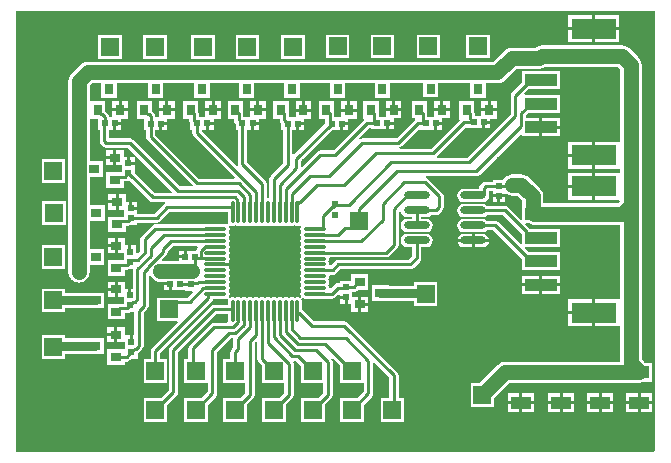
<source format=gtl>
G04*
G04 #@! TF.GenerationSoftware,Altium Limited,Altium Designer,21.1.0 (24)*
G04*
G04 Layer_Physical_Order=1*
G04 Layer_Color=255*
%FSLAX25Y25*%
%MOIN*%
G70*
G04*
G04 #@! TF.SameCoordinates,F511F5FD-4682-4DAA-AC6C-A49189F54C52*
G04*
G04*
G04 #@! TF.FilePolarity,Positive*
G04*
G01*
G75*
%ADD14O,0.07480X0.01181*%
%ADD15O,0.01181X0.07480*%
%ADD16R,0.03827X0.03158*%
%ADD17R,0.02165X0.02362*%
%ADD18R,0.03158X0.03827*%
%ADD19R,0.02362X0.02165*%
%ADD20R,0.02047X0.02047*%
%ADD21R,0.02047X0.02047*%
%ADD22R,0.10630X0.03937*%
%ADD23R,0.14961X0.07087*%
%ADD24O,0.08661X0.02362*%
%ADD25R,0.06693X0.04331*%
%ADD36C,0.01000*%
%ADD37C,0.05000*%
%ADD38C,0.03000*%
%ADD39R,0.05906X0.05906*%
%ADD40R,0.05906X0.05906*%
%ADD41C,0.01770*%
%ADD42C,0.05000*%
G36*
X213000Y500D02*
X212500Y-0D01*
X0Y0D01*
Y147000D01*
X213000D01*
Y500D01*
D02*
G37*
%LPC*%
G36*
X200996Y145606D02*
X193016D01*
Y141563D01*
X200996D01*
Y145606D01*
D02*
G37*
G36*
X192016D02*
X184035D01*
Y141563D01*
X192016D01*
Y145606D01*
D02*
G37*
G36*
X200996Y140563D02*
X193016D01*
Y136520D01*
X200996D01*
Y140563D01*
D02*
G37*
G36*
X192016D02*
X184035D01*
Y136520D01*
X192016D01*
Y140563D01*
D02*
G37*
G36*
X157953Y139132D02*
X150047D01*
Y131227D01*
X157953D01*
Y139132D01*
D02*
G37*
G36*
X141453D02*
X133547D01*
Y131227D01*
X141453D01*
Y139132D01*
D02*
G37*
G36*
X126099D02*
X118193D01*
Y131227D01*
X126099D01*
Y139132D01*
D02*
G37*
G36*
X111169Y139132D02*
X103264D01*
Y131227D01*
X111169D01*
Y139132D01*
D02*
G37*
G36*
X66287Y139049D02*
X58382D01*
Y131143D01*
X66287D01*
Y139049D01*
D02*
G37*
G36*
X50352D02*
X42447D01*
Y131143D01*
X50352D01*
Y139049D01*
D02*
G37*
G36*
X81120Y139001D02*
X73215D01*
Y131096D01*
X81120D01*
Y139001D01*
D02*
G37*
G36*
X96266Y138953D02*
X88360D01*
Y131047D01*
X96266D01*
Y138953D01*
D02*
G37*
G36*
X35260D02*
X27355D01*
Y131047D01*
X35260D01*
Y138953D01*
D02*
G37*
G36*
X144512Y117020D02*
X142434D01*
Y114607D01*
X144512D01*
Y117020D01*
D02*
G37*
G36*
X141434D02*
X139355D01*
Y114607D01*
X141434D01*
Y117020D01*
D02*
G37*
G36*
X128465Y116986D02*
X126386D01*
Y114572D01*
X128465D01*
Y116986D01*
D02*
G37*
G36*
X125386D02*
X123308D01*
Y114572D01*
X125386D01*
Y116986D01*
D02*
G37*
G36*
X83227Y116962D02*
X81148D01*
Y114548D01*
X83227D01*
Y116962D01*
D02*
G37*
G36*
X80148D02*
X78069D01*
Y114548D01*
X80148D01*
Y116962D01*
D02*
G37*
G36*
X160319Y116929D02*
X158240D01*
Y114516D01*
X160319D01*
Y116929D01*
D02*
G37*
G36*
X157240D02*
X155161D01*
Y114516D01*
X157240D01*
Y116929D01*
D02*
G37*
G36*
X68319D02*
X66240D01*
Y114516D01*
X68319D01*
Y116929D01*
D02*
G37*
G36*
X65240D02*
X63161D01*
Y114516D01*
X65240D01*
Y116929D01*
D02*
G37*
G36*
X37252D02*
X35173D01*
Y114516D01*
X37252D01*
Y116929D01*
D02*
G37*
G36*
X34173D02*
X32094D01*
Y114516D01*
X34173D01*
Y116929D01*
D02*
G37*
G36*
X52884Y116908D02*
X50805D01*
Y114495D01*
X52884D01*
Y116908D01*
D02*
G37*
G36*
X49805D02*
X47726D01*
Y114495D01*
X49805D01*
Y116908D01*
D02*
G37*
G36*
X98391Y116884D02*
X96313D01*
Y114470D01*
X98391D01*
Y116884D01*
D02*
G37*
G36*
X95313D02*
X93234D01*
Y114470D01*
X95313D01*
Y116884D01*
D02*
G37*
G36*
X113535Y116859D02*
X111457D01*
Y114446D01*
X113535D01*
Y116859D01*
D02*
G37*
G36*
X110457D02*
X108378D01*
Y114446D01*
X110457D01*
Y116859D01*
D02*
G37*
G36*
X181311Y111158D02*
X175496D01*
Y108689D01*
X181311D01*
Y111158D01*
D02*
G37*
G36*
X158123Y109444D02*
X156442D01*
Y107862D01*
X158123D01*
Y109444D01*
D02*
G37*
G36*
X125907Y109143D02*
X124226D01*
Y107561D01*
X125907D01*
Y109143D01*
D02*
G37*
G36*
X142130Y109062D02*
X140449D01*
Y107479D01*
X142130D01*
Y109062D01*
D02*
G37*
G36*
X81022Y109048D02*
X79341D01*
Y107466D01*
X81022D01*
Y109048D01*
D02*
G37*
G36*
X65854Y109000D02*
X64173D01*
Y107417D01*
X65854D01*
Y109000D01*
D02*
G37*
G36*
X35162D02*
X33481D01*
Y107417D01*
X35162D01*
Y109000D01*
D02*
G37*
G36*
X50419Y108979D02*
X48738D01*
Y107397D01*
X50419D01*
Y108979D01*
D02*
G37*
G36*
X96167Y108970D02*
X94486D01*
Y107388D01*
X96167D01*
Y108970D01*
D02*
G37*
G36*
X110831Y108946D02*
X109150D01*
Y107363D01*
X110831D01*
Y108946D01*
D02*
G37*
G36*
X181311Y107689D02*
X175496D01*
Y105220D01*
X181311D01*
Y107689D01*
D02*
G37*
G36*
X192016Y103480D02*
X184035D01*
Y99437D01*
X192016D01*
Y103480D01*
D02*
G37*
G36*
X32466Y100682D02*
X30052D01*
Y98604D01*
X32466D01*
Y100682D01*
D02*
G37*
G36*
X39548Y98458D02*
X37966D01*
Y96777D01*
X39548D01*
Y98458D01*
D02*
G37*
G36*
X32466Y97604D02*
X30052D01*
Y95525D01*
X32466D01*
Y97604D01*
D02*
G37*
G36*
X192016Y98437D02*
X184035D01*
Y94394D01*
X192016D01*
Y98437D01*
D02*
G37*
G36*
X16458Y97594D02*
X8553D01*
Y89689D01*
X16458D01*
Y97594D01*
D02*
G37*
G36*
X192016Y93106D02*
X184035D01*
Y89063D01*
X192016D01*
Y93106D01*
D02*
G37*
G36*
Y88063D02*
X184035D01*
Y84020D01*
X192016D01*
Y88063D01*
D02*
G37*
G36*
X33173Y85928D02*
X30760D01*
Y83849D01*
X33173D01*
Y85928D01*
D02*
G37*
G36*
X163024Y84925D02*
X161500D01*
Y83402D01*
X163024D01*
Y84925D01*
D02*
G37*
G36*
X160500D02*
X158976D01*
Y83402D01*
X160500D01*
Y84925D01*
D02*
G37*
G36*
X202071Y135530D02*
X175185D01*
X174271Y135410D01*
X173420Y135057D01*
X173097Y134810D01*
X165279D01*
X164366Y134689D01*
X163514Y134337D01*
X162783Y133776D01*
X159038Y130030D01*
X23929D01*
X23015Y129910D01*
X22164Y129557D01*
X21433Y128996D01*
X18504Y126067D01*
X17943Y125336D01*
X17590Y124485D01*
X17470Y123571D01*
Y60000D01*
X17500Y59771D01*
Y59539D01*
X17560Y59316D01*
X17590Y59086D01*
X17679Y58873D01*
X17739Y58649D01*
X17854Y58449D01*
X17943Y58235D01*
X18084Y58051D01*
X18199Y57851D01*
X18363Y57687D01*
X18504Y57504D01*
X18687Y57363D01*
X18851Y57199D01*
X19051Y57084D01*
X19235Y56943D01*
X19449Y56854D01*
X19649Y56739D01*
X19873Y56679D01*
X20086Y56590D01*
X20316Y56560D01*
X20539Y56500D01*
X20771D01*
X21000Y56470D01*
X21229Y56500D01*
X21461D01*
X21684Y56560D01*
X21914Y56590D01*
X22127Y56679D01*
X22351Y56739D01*
X22551Y56854D01*
X22765Y56943D01*
X22949Y57084D01*
X23149Y57199D01*
X23313Y57363D01*
X23496Y57504D01*
X23637Y57687D01*
X23801Y57851D01*
X23916Y58051D01*
X24057Y58235D01*
X24146Y58449D01*
X24261Y58649D01*
X24321Y58873D01*
X24410Y59086D01*
X24440Y59316D01*
X24500Y59539D01*
Y59771D01*
X24530Y60000D01*
Y62421D01*
X29429D01*
Y67579D01*
X24530D01*
Y77030D01*
X29618D01*
Y82188D01*
X24530D01*
Y91785D01*
X28911D01*
Y96942D01*
X24530D01*
Y110637D01*
X24614Y111102D01*
X25030Y111102D01*
X27453D01*
Y107417D01*
X27971D01*
Y103586D01*
X28087Y103000D01*
X28419Y102504D01*
X29004Y101919D01*
X29500Y101587D01*
X30086Y101471D01*
X37367D01*
X52020Y86817D01*
X51829Y86355D01*
X46204D01*
X39548Y93011D01*
Y95777D01*
X37466D01*
Y96277D01*
X36966D01*
Y98458D01*
X35879D01*
Y100682D01*
X33466D01*
Y98104D01*
Y95525D01*
X35383D01*
Y93231D01*
X34044D01*
X33897Y93202D01*
X30052D01*
Y88045D01*
X35879D01*
Y90173D01*
X36336D01*
X36921Y90289D01*
X37417Y90621D01*
X37515Y90718D01*
X44489Y83744D01*
X44985Y83413D01*
X45570Y83296D01*
X49588D01*
X49740Y82796D01*
X49419Y82582D01*
X46302Y79465D01*
X40271D01*
Y80782D01*
X38189D01*
Y81282D01*
X37689D01*
Y83463D01*
X36586D01*
Y85928D01*
X34173D01*
Y83349D01*
Y80770D01*
X36106D01*
Y78477D01*
X34752D01*
X34604Y78448D01*
X30760D01*
Y73290D01*
X36586D01*
Y75418D01*
X37299D01*
X37884Y75535D01*
X38214Y75755D01*
X40271D01*
Y76406D01*
X46936D01*
X47521Y76523D01*
X48017Y76854D01*
X51134Y79971D01*
X70552D01*
Y76886D01*
X70675Y76265D01*
X70836Y76025D01*
X70475Y75665D01*
X70235Y75825D01*
X69614Y75949D01*
X63315D01*
X62851Y75856D01*
X46327D01*
X45742Y75740D01*
X45245Y75408D01*
X41919Y72082D01*
X41587Y71585D01*
X41471Y71000D01*
Y67133D01*
X40545Y66207D01*
X40083Y66399D01*
Y68854D01*
X38500D01*
Y66673D01*
X37500D01*
Y68854D01*
X36398D01*
Y71319D01*
X33984D01*
Y68740D01*
Y66161D01*
X35917D01*
Y63868D01*
X34563D01*
X34415Y63839D01*
X30571D01*
Y58681D01*
X36398D01*
Y60809D01*
X37110D01*
X37696Y60926D01*
X38025Y61146D01*
X38839D01*
X38971Y60985D01*
Y54354D01*
X38500D01*
Y52173D01*
X37500D01*
Y54354D01*
X36398D01*
Y56819D01*
X33984D01*
Y54240D01*
Y51661D01*
X35917D01*
Y49368D01*
X34563D01*
X34415Y49339D01*
X30571D01*
Y44181D01*
X36398D01*
Y46309D01*
X37110D01*
X37696Y46426D01*
X38025Y46646D01*
X39471D01*
Y38854D01*
X39000D01*
Y36673D01*
X38000D01*
Y38854D01*
X36417Y38854D01*
X36234Y39279D01*
Y41697D01*
X33821D01*
Y39119D01*
Y36540D01*
X35917D01*
X36234Y36540D01*
X36417Y36116D01*
Y34641D01*
X36234Y34217D01*
X30408D01*
Y29060D01*
X36234D01*
Y30109D01*
X36910D01*
X37495Y30226D01*
X37991Y30557D01*
X38580Y31146D01*
X40583D01*
Y33025D01*
X40603Y33029D01*
X41099Y33361D01*
X42081Y34343D01*
X42413Y34839D01*
X42529Y35425D01*
Y46452D01*
X43746Y47669D01*
X44077Y48165D01*
X44194Y48750D01*
Y58770D01*
X44228Y58846D01*
X44344Y58921D01*
X44371Y58927D01*
X44719Y58848D01*
X44949Y58717D01*
X45013Y58607D01*
X45101Y58393D01*
X45242Y58210D01*
X45358Y58009D01*
X45521Y57846D01*
X45662Y57662D01*
X45846Y57521D01*
X46009Y57358D01*
X46210Y57242D01*
X46393Y57101D01*
X46607Y57013D01*
X46807Y56897D01*
X47031Y56837D01*
X47245Y56748D01*
X47474Y56718D01*
X47698Y56658D01*
X47929D01*
X48158Y56628D01*
X49402D01*
Y56500D01*
X51425D01*
Y56000D01*
X51925D01*
Y53976D01*
X56417D01*
Y53646D01*
X58829D01*
X59021Y53184D01*
X57319Y51482D01*
X53453D01*
X53305Y51453D01*
X47047D01*
Y43547D01*
X53731D01*
X53922Y43085D01*
X45419Y34582D01*
X45087Y34085D01*
X44971Y33500D01*
Y30953D01*
X42547D01*
Y23047D01*
X50453D01*
Y30953D01*
X48029D01*
Y32866D01*
X65250Y50087D01*
X65581Y50583D01*
X65675Y51051D01*
X69614D01*
X70235Y51175D01*
X70475Y51336D01*
X70836Y50975D01*
X70675Y50735D01*
X70552Y50114D01*
Y49029D01*
X66000D01*
X65415Y48913D01*
X64919Y48581D01*
X51419Y35081D01*
X51087Y34585D01*
X50971Y34000D01*
Y20633D01*
X48290Y17953D01*
X42547D01*
Y10047D01*
X50453D01*
Y15790D01*
X53581Y18919D01*
X53913Y19415D01*
X54029Y20000D01*
Y33367D01*
X66633Y45971D01*
X70552D01*
Y43815D01*
X70608Y43529D01*
X70230Y43029D01*
X67345D01*
X66914Y43115D01*
X66086D01*
X65500Y42999D01*
X65004Y42667D01*
X57919Y35581D01*
X57587Y35085D01*
X57471Y34500D01*
Y30953D01*
X56047D01*
Y23047D01*
X63953D01*
X63971Y22555D01*
Y20133D01*
X61790Y17953D01*
X56047D01*
Y10047D01*
X63953D01*
Y15790D01*
X66581Y18419D01*
X66913Y18915D01*
X67029Y19500D01*
Y33367D01*
X71633Y37971D01*
X72220D01*
X72471Y37665D01*
Y34860D01*
X71919Y34308D01*
X71587Y33812D01*
X71471Y33226D01*
Y30953D01*
X69047D01*
Y23047D01*
X76471D01*
Y19634D01*
X74790Y17953D01*
X69047D01*
Y10047D01*
X76953D01*
Y15790D01*
X79081Y17919D01*
X79413Y18415D01*
X79529Y19000D01*
Y36367D01*
X80009Y36846D01*
X80471Y36654D01*
Y31000D01*
X80587Y30415D01*
X80919Y29919D01*
X82047Y28790D01*
Y23047D01*
X89471D01*
Y19634D01*
X87790Y17953D01*
X82047D01*
Y10047D01*
X89953D01*
Y15790D01*
X92081Y17919D01*
X92413Y18415D01*
X92529Y19000D01*
Y29390D01*
X92413Y29976D01*
X92684Y30471D01*
X93366D01*
X95047Y28790D01*
Y23047D01*
X102471D01*
Y19634D01*
X100790Y17953D01*
X95047D01*
Y10047D01*
X102953D01*
Y15790D01*
X105081Y17919D01*
X105413Y18415D01*
X105529Y19000D01*
Y30000D01*
X105413Y30585D01*
X105148Y30982D01*
X105536Y31301D01*
X108047Y28790D01*
Y23047D01*
X115953D01*
X115971Y22555D01*
Y20133D01*
X113790Y17953D01*
X108047D01*
Y10047D01*
X115953D01*
Y15790D01*
X118581Y18419D01*
X118913Y18915D01*
X119029Y19500D01*
Y29654D01*
X119491Y29846D01*
X124471Y24867D01*
Y17953D01*
X121547D01*
Y10047D01*
X129453D01*
Y17953D01*
X127529D01*
Y25500D01*
X127413Y26085D01*
X127081Y26581D01*
X110581Y43082D01*
X110085Y43413D01*
X109500Y43529D01*
X99425D01*
X95455Y47499D01*
X95448Y47504D01*
Y50114D01*
X95325Y50735D01*
X95165Y50975D01*
X95525Y51336D01*
X95765Y51175D01*
X96386Y51051D01*
X102685D01*
X103149Y51144D01*
X105346D01*
X105931Y51260D01*
X106427Y51592D01*
X107433Y52597D01*
X107933Y52390D01*
Y52018D01*
X110016D01*
Y51518D01*
X110516D01*
Y49337D01*
X111602D01*
Y46632D01*
X114016D01*
Y49211D01*
Y51789D01*
X112098D01*
Y53335D01*
X112517D01*
X113102Y53451D01*
X113598Y53783D01*
X113927Y54112D01*
X117429D01*
Y59270D01*
X111602D01*
Y57045D01*
X107933D01*
Y56290D01*
X107433D01*
X106848Y56173D01*
X106352Y55842D01*
X104997Y54488D01*
X104782Y54498D01*
X104307Y54642D01*
X104183Y55262D01*
X103940Y55626D01*
X104183Y55990D01*
X104307Y56610D01*
X104183Y57231D01*
X103940Y57595D01*
X104183Y57958D01*
X104307Y58579D01*
X104296Y58631D01*
X104613Y59018D01*
X105547D01*
X106132Y59134D01*
X106629Y59466D01*
X108133Y60971D01*
X131500D01*
X132085Y61087D01*
X132581Y61419D01*
X134633Y63470D01*
X134964Y63966D01*
X135081Y64551D01*
Y68276D01*
X136701D01*
X137552Y68445D01*
X138273Y68928D01*
X138755Y69649D01*
X138925Y70500D01*
X138755Y71351D01*
X138273Y72072D01*
X137552Y72555D01*
X136701Y72724D01*
X130402D01*
X129551Y72555D01*
X128829Y72072D01*
X128347Y71351D01*
X128178Y70500D01*
X128347Y69649D01*
X128829Y68928D01*
X129551Y68445D01*
X130402Y68276D01*
X132022D01*
Y65185D01*
X130867Y64029D01*
X107500D01*
X106915Y63913D01*
X106419Y63582D01*
X105054Y62217D01*
X104696Y62230D01*
X104307Y62516D01*
X104183Y63136D01*
X103940Y63500D01*
X104183Y63864D01*
X104307Y64484D01*
X104296Y64537D01*
X104613Y64923D01*
X123453D01*
X124038Y65040D01*
X124534Y65371D01*
X127081Y67919D01*
X127413Y68415D01*
X127529Y69000D01*
Y80224D01*
X127706Y80338D01*
X128257Y80099D01*
X128347Y79649D01*
X128829Y78927D01*
X129551Y78446D01*
X130402Y78276D01*
X132022D01*
Y77724D01*
X130402D01*
X129551Y77555D01*
X128829Y77073D01*
X128347Y76351D01*
X128178Y75500D01*
X128347Y74649D01*
X128829Y73927D01*
X129551Y73445D01*
X130402Y73276D01*
X136701D01*
X137552Y73445D01*
X138273Y73927D01*
X138755Y74649D01*
X138925Y75500D01*
X138755Y76351D01*
X138273Y77073D01*
X137552Y77555D01*
X136701Y77724D01*
X135081D01*
Y78276D01*
X136701D01*
X137552Y78446D01*
X138273Y78927D01*
X138302Y78971D01*
X140000D01*
X140585Y79087D01*
X141081Y79419D01*
X142081Y80419D01*
X142413Y80915D01*
X142529Y81500D01*
Y85334D01*
X142413Y85919D01*
X142081Y86415D01*
X137415Y91082D01*
X136919Y91413D01*
X136629Y91471D01*
X136678Y91971D01*
X153500D01*
X154085Y92087D01*
X154581Y92419D01*
X168219Y106056D01*
X168681Y105865D01*
Y105220D01*
X174496D01*
Y108189D01*
Y111158D01*
X170029D01*
Y112280D01*
X170844Y113094D01*
X181311D01*
Y119032D01*
X169560D01*
X169369Y119493D01*
X170844Y120968D01*
X181311D01*
Y126906D01*
X168681D01*
Y123131D01*
X165419Y119869D01*
X165087Y119373D01*
X164971Y118787D01*
Y112634D01*
X150366Y98029D01*
X140377D01*
X140329Y98092D01*
X140192Y98529D01*
X149915Y108252D01*
X150415Y108045D01*
Y107862D01*
X155442D01*
Y109944D01*
X155942D01*
Y110444D01*
X158123D01*
Y111102D01*
X160319D01*
Y113516D01*
X155161D01*
Y112027D01*
X152868D01*
Y112937D01*
X152839Y113085D01*
Y116929D01*
X147681D01*
Y111102D01*
X147732D01*
X147940Y110602D01*
X138366Y101029D01*
X127845D01*
X127796Y101529D01*
X128085Y101587D01*
X128581Y101919D01*
X133975Y107312D01*
X134421Y107479D01*
Y107479D01*
X134421Y107479D01*
X139449D01*
Y109562D01*
X139949D01*
Y110062D01*
X142130D01*
Y111193D01*
X144512D01*
Y113607D01*
X139355D01*
Y111644D01*
X137062D01*
Y113028D01*
X137032Y113176D01*
Y117020D01*
X131875D01*
Y111193D01*
X132904D01*
X133055Y110693D01*
X132980Y110643D01*
X126866Y104529D01*
X115500D01*
X114915Y104413D01*
X114518Y104148D01*
X114199Y104536D01*
X117698Y108036D01*
X118198Y107924D01*
Y107561D01*
X123226D01*
Y109643D01*
X123726D01*
Y110143D01*
X125907D01*
Y111159D01*
X128465D01*
Y113572D01*
X123308D01*
Y111726D01*
X121014D01*
Y112994D01*
X120985Y113141D01*
Y116986D01*
X115827D01*
Y111159D01*
X115827D01*
X115984Y110724D01*
X115996Y110659D01*
X105867Y100529D01*
X101500D01*
X100915Y100413D01*
X100419Y100082D01*
X95491Y95154D01*
X95029Y95346D01*
Y97107D01*
X105285Y107363D01*
X108150D01*
Y109446D01*
X108650D01*
Y109946D01*
X110831D01*
Y111032D01*
X113535D01*
Y113446D01*
X108378D01*
Y111528D01*
X106084D01*
Y112867D01*
X106055Y113015D01*
Y116859D01*
X100898D01*
Y111032D01*
X103026D01*
Y110095D01*
X103122Y109611D01*
Y109526D01*
X92669Y99073D01*
X92169Y99280D01*
Y107388D01*
X93486D01*
Y109470D01*
X93986D01*
Y109970D01*
X96167D01*
Y111057D01*
X98391D01*
Y113470D01*
X93234D01*
Y111553D01*
X90940D01*
Y112892D01*
X90911Y113039D01*
Y116884D01*
X85754D01*
Y111057D01*
X87882D01*
Y110600D01*
X87998Y110015D01*
X88330Y109519D01*
X88458Y109390D01*
Y107388D01*
X89110D01*
Y96273D01*
X84871Y92034D01*
X84540Y91538D01*
X84423Y90953D01*
Y85114D01*
X84037Y84796D01*
X83984Y84807D01*
X83640Y85090D01*
Y87375D01*
X83615Y87497D01*
Y89414D01*
X83499Y89999D01*
X83167Y90496D01*
X77024Y96639D01*
Y107466D01*
X78341D01*
Y109548D01*
X78841D01*
Y110048D01*
X81022D01*
Y111135D01*
X83227D01*
Y113548D01*
X78069D01*
Y111631D01*
X75775D01*
Y112970D01*
X75746Y113117D01*
Y116962D01*
X70589D01*
Y111135D01*
X72717D01*
Y110698D01*
X72833Y110113D01*
X73165Y109616D01*
X73313Y109468D01*
Y107466D01*
X73965D01*
Y96006D01*
X74075Y95452D01*
X74053Y95421D01*
X73573Y95247D01*
X61902Y106917D01*
X61968Y107417D01*
X63173D01*
Y109500D01*
X63673D01*
Y110000D01*
X65854D01*
Y111102D01*
X68319D01*
Y113516D01*
X63161D01*
Y111583D01*
X60868D01*
Y112937D01*
X60839Y113085D01*
Y116929D01*
X55681D01*
Y111102D01*
X57809D01*
Y110390D01*
X57926Y109804D01*
X58146Y109475D01*
Y107417D01*
X58797D01*
Y106330D01*
X58914Y105745D01*
X59245Y105249D01*
X73003Y91491D01*
X72811Y91029D01*
X61133D01*
X46421Y105742D01*
Y107397D01*
X47738D01*
Y109479D01*
X48238D01*
Y109979D01*
X50419D01*
Y111082D01*
X52884D01*
Y113495D01*
X47726D01*
Y111562D01*
X46421D01*
Y111928D01*
X46305Y112513D01*
X45973Y113010D01*
X45403Y113579D01*
Y116908D01*
X40246D01*
Y111082D01*
X42710D01*
Y107397D01*
X43362D01*
Y105108D01*
X43479Y104523D01*
X43810Y104027D01*
X58846Y88991D01*
X58654Y88529D01*
X54633D01*
X39081Y104081D01*
X38585Y104413D01*
X38000Y104529D01*
X31029D01*
Y107417D01*
X32481D01*
Y109500D01*
X32981D01*
Y110000D01*
X35162D01*
Y111102D01*
X37252D01*
Y113516D01*
X32094D01*
Y111583D01*
X31162D01*
X31047Y112159D01*
X30716Y112655D01*
X29771Y113600D01*
Y116929D01*
X24614Y116929D01*
X24530Y117394D01*
Y122109D01*
X25391Y122970D01*
X28354D01*
Y118071D01*
X33511D01*
Y122970D01*
X43986D01*
Y118050D01*
X49143D01*
Y122970D01*
X59421D01*
Y118071D01*
X64579D01*
Y122970D01*
X74329D01*
Y118103D01*
X79486D01*
Y122970D01*
X89494D01*
Y118026D01*
X94651D01*
Y122970D01*
X104638D01*
Y118001D01*
X109795D01*
Y122970D01*
X119568D01*
Y118128D01*
X124725D01*
Y122970D01*
X135615D01*
Y118162D01*
X140772D01*
Y122970D01*
X151421D01*
Y118071D01*
X156579D01*
Y122970D01*
X160500D01*
X161414Y123090D01*
X162265Y123443D01*
X162996Y124004D01*
X166742Y127749D01*
X174465D01*
X175378Y127870D01*
X176230Y128222D01*
X176552Y128470D01*
X200609D01*
X201470Y127609D01*
Y103544D01*
X200996Y103480D01*
X200970Y103480D01*
X193016D01*
Y98937D01*
Y94394D01*
X200970D01*
X200996Y94394D01*
X201470Y94330D01*
Y93170D01*
X200996Y93106D01*
X200970Y93106D01*
X193016D01*
Y88563D01*
Y84020D01*
X200970D01*
X200996Y84020D01*
X201070Y84010D01*
X201249Y83481D01*
X200609Y82841D01*
X175711D01*
Y85319D01*
X175591Y86233D01*
X175238Y87084D01*
X174677Y87815D01*
X170996Y91496D01*
X170265Y92057D01*
X169414Y92410D01*
X168500Y92530D01*
X165500D01*
X164586Y92410D01*
X163735Y92057D01*
X163004Y91496D01*
X162443Y90765D01*
X162374Y90598D01*
X158976D01*
Y90104D01*
X156575D01*
X155990Y89988D01*
X155493Y89656D01*
X154778Y88941D01*
X154446Y88444D01*
X154330Y87859D01*
Y87724D01*
X149299D01*
X148448Y87555D01*
X147727Y87072D01*
X147245Y86351D01*
X147075Y85500D01*
X147245Y84649D01*
X147727Y83928D01*
X148448Y83446D01*
X149299Y83276D01*
X155598D01*
X156449Y83446D01*
X157171Y83928D01*
X157653Y84649D01*
X157822Y85500D01*
X157653Y86351D01*
X157523Y86545D01*
X157773Y87045D01*
X158976D01*
Y85925D01*
X161000D01*
X163028D01*
X163472Y86145D01*
X163735Y85943D01*
X164586Y85590D01*
X165500Y85470D01*
X167038D01*
X168651Y83857D01*
Y79843D01*
X168681Y79613D01*
Y77635D01*
X168219Y77444D01*
X164081Y81581D01*
X163585Y81913D01*
X163000Y82029D01*
X157200D01*
X157171Y82073D01*
X156449Y82555D01*
X155598Y82724D01*
X149299D01*
X148448Y82555D01*
X147727Y82073D01*
X147245Y81351D01*
X147075Y80500D01*
X147245Y79649D01*
X147727Y78927D01*
X148448Y78446D01*
X149299Y78276D01*
X155598D01*
X156449Y78446D01*
X157171Y78927D01*
X157200Y78971D01*
X162366D01*
X168681Y72656D01*
Y69348D01*
X168219Y69156D01*
X160794Y76582D01*
X160298Y76913D01*
X159713Y77029D01*
X157200D01*
X157171Y77073D01*
X156449Y77555D01*
X155598Y77724D01*
X149299D01*
X148448Y77555D01*
X147727Y77073D01*
X147245Y76351D01*
X147075Y75500D01*
X147245Y74649D01*
X147727Y73927D01*
X148448Y73445D01*
X149299Y73276D01*
X155598D01*
X156449Y73445D01*
X157171Y73927D01*
X157200Y73971D01*
X159079D01*
X168681Y64369D01*
Y60594D01*
X181311D01*
Y66531D01*
X170844D01*
X169369Y68007D01*
X169560Y68468D01*
X181311D01*
Y74405D01*
X171257D01*
X169782Y75881D01*
X169974Y76342D01*
X170832D01*
X170948Y76254D01*
X171799Y75901D01*
X172713Y75781D01*
X201470D01*
Y51044D01*
X200996Y50980D01*
X200970Y50980D01*
X193016D01*
Y46437D01*
Y41894D01*
X200970D01*
X200996Y41894D01*
X201470Y41830D01*
Y30133D01*
X168240D01*
X168240Y30133D01*
X167536Y30040D01*
X163010D01*
X162096Y29920D01*
X161244Y29567D01*
X160513Y29006D01*
X154460Y22953D01*
X151547D01*
Y15047D01*
X159453D01*
Y17960D01*
X164472Y22979D01*
X168147D01*
X168852Y23072D01*
X207740D01*
X208654Y23192D01*
X209244Y23437D01*
X212087D01*
Y29768D01*
X209671D01*
X209390Y30134D01*
X208530Y30994D01*
Y82240D01*
Y129071D01*
X208410Y129985D01*
X208057Y130836D01*
X207496Y131567D01*
X204567Y134496D01*
X203836Y135057D01*
X202985Y135410D01*
X202071Y135530D01*
D02*
G37*
G36*
X40271Y83463D02*
X38689D01*
Y81782D01*
X40271D01*
Y83463D01*
D02*
G37*
G36*
X33173Y82849D02*
X30760D01*
Y80770D01*
X33173D01*
Y82849D01*
D02*
G37*
G36*
X16595Y83562D02*
X8689D01*
Y75656D01*
X16595D01*
Y83562D01*
D02*
G37*
G36*
X155598Y72724D02*
X152949D01*
Y71000D01*
X157723D01*
X157653Y71351D01*
X157171Y72072D01*
X156449Y72555D01*
X155598Y72724D01*
D02*
G37*
G36*
X151949D02*
X149299D01*
X148448Y72555D01*
X147727Y72072D01*
X147245Y71351D01*
X147175Y71000D01*
X151949D01*
Y72724D01*
D02*
G37*
G36*
X32984Y71319D02*
X30571D01*
Y69240D01*
X32984D01*
Y71319D01*
D02*
G37*
G36*
X157723Y70000D02*
X152949D01*
Y68276D01*
X155598D01*
X156449Y68445D01*
X157171Y68928D01*
X157653Y69649D01*
X157723Y70000D01*
D02*
G37*
G36*
X151949D02*
X147175D01*
X147245Y69649D01*
X147727Y68928D01*
X148448Y68445D01*
X149299Y68276D01*
X151949D01*
Y70000D01*
D02*
G37*
G36*
X32984Y68240D02*
X30571D01*
Y66161D01*
X32984D01*
Y68240D01*
D02*
G37*
G36*
X16453Y68953D02*
X8547D01*
Y61047D01*
X16453D01*
Y68953D01*
D02*
G37*
G36*
X181311Y58657D02*
X175496D01*
Y56189D01*
X181311D01*
Y58657D01*
D02*
G37*
G36*
X174496D02*
X168681D01*
Y56189D01*
X174496D01*
Y58657D01*
D02*
G37*
G36*
X140469Y56644D02*
X132563D01*
Y55421D01*
X124398D01*
Y55529D01*
X118571D01*
Y50372D01*
X121317D01*
X121563Y50323D01*
X132563D01*
Y48738D01*
X140469D01*
Y56644D01*
D02*
G37*
G36*
X32984Y56819D02*
X30571D01*
Y54740D01*
X32984D01*
Y56819D01*
D02*
G37*
G36*
X50925Y55500D02*
X49402D01*
Y53976D01*
X50925D01*
Y55500D01*
D02*
G37*
G36*
X181311Y55189D02*
X175496D01*
Y52720D01*
X181311D01*
Y55189D01*
D02*
G37*
G36*
X174496D02*
X168681D01*
Y52720D01*
X174496D01*
Y55189D01*
D02*
G37*
G36*
X32984Y53740D02*
X30571D01*
Y51661D01*
X32984D01*
Y53740D01*
D02*
G37*
G36*
X117429Y51789D02*
X115016D01*
Y49711D01*
X117429D01*
Y51789D01*
D02*
G37*
G36*
X109516Y51018D02*
X107933D01*
Y49337D01*
X109516D01*
Y51018D01*
D02*
G37*
G36*
X16453Y54453D02*
X8547D01*
Y46547D01*
X16453D01*
Y47951D01*
X23602D01*
Y47921D01*
X29429D01*
Y53079D01*
X23602D01*
Y53049D01*
X16453D01*
Y54453D01*
D02*
G37*
G36*
X192016Y50980D02*
X184035D01*
Y46937D01*
X192016D01*
Y50980D01*
D02*
G37*
G36*
X117429Y48711D02*
X115016D01*
Y46632D01*
X117429D01*
Y48711D01*
D02*
G37*
G36*
X192016Y45937D02*
X184035D01*
Y41894D01*
X192016D01*
Y45937D01*
D02*
G37*
G36*
X32821Y41697D02*
X30408D01*
Y39619D01*
X32821D01*
Y41697D01*
D02*
G37*
G36*
Y38619D02*
X30408D01*
Y36540D01*
X32821D01*
Y38619D01*
D02*
G37*
G36*
X16453Y38953D02*
X8547D01*
Y31047D01*
X16453D01*
Y32751D01*
X26274D01*
X26520Y32800D01*
X29266D01*
Y37957D01*
X23439D01*
Y37849D01*
X16453D01*
Y38953D01*
D02*
G37*
G36*
X186087Y19532D02*
X182240D01*
Y16866D01*
X186087D01*
Y19532D01*
D02*
G37*
G36*
X172587D02*
X168740D01*
Y16866D01*
X172587D01*
Y19532D01*
D02*
G37*
G36*
X212087D02*
X208240D01*
Y16866D01*
X212087D01*
Y19532D01*
D02*
G37*
G36*
X199087D02*
X195240D01*
Y16866D01*
X199087D01*
Y19532D01*
D02*
G37*
G36*
X167740D02*
X163894D01*
Y16866D01*
X167740D01*
Y19532D01*
D02*
G37*
G36*
X194240D02*
X190394D01*
Y16866D01*
X194240D01*
Y19532D01*
D02*
G37*
G36*
X181240D02*
X177394D01*
Y16866D01*
X181240D01*
Y19532D01*
D02*
G37*
G36*
X207240D02*
X203394D01*
Y16866D01*
X207240D01*
Y19532D01*
D02*
G37*
G36*
X212087Y15866D02*
X208240D01*
Y13201D01*
X212087D01*
Y15866D01*
D02*
G37*
G36*
X207240D02*
X203394D01*
Y13201D01*
X207240D01*
Y15866D01*
D02*
G37*
G36*
X199087D02*
X195240D01*
Y13201D01*
X199087D01*
Y15866D01*
D02*
G37*
G36*
X194240D02*
X190394D01*
Y13201D01*
X194240D01*
Y15866D01*
D02*
G37*
G36*
X186087D02*
X182240D01*
Y13201D01*
X186087D01*
Y15866D01*
D02*
G37*
G36*
X181240D02*
X177394D01*
Y13201D01*
X181240D01*
Y15866D01*
D02*
G37*
G36*
X172587D02*
X168740D01*
Y13201D01*
X172587D01*
Y15866D01*
D02*
G37*
G36*
X167740D02*
X163894D01*
Y13201D01*
X167740D01*
Y15866D01*
D02*
G37*
%LPD*%
G36*
X89269Y75388D02*
X89890Y75264D01*
X90510Y75388D01*
X90874Y75631D01*
X91238Y75388D01*
X91858Y75264D01*
X92479Y75388D01*
X92843Y75631D01*
X93206Y75388D01*
X93827Y75264D01*
X94447Y75388D01*
X94688Y75548D01*
X95048Y75188D01*
X94888Y74947D01*
X94764Y74327D01*
X94888Y73706D01*
X95131Y73343D01*
X94888Y72979D01*
X94764Y72358D01*
X94888Y71738D01*
X95131Y71374D01*
X94888Y71010D01*
X94764Y70390D01*
X94888Y69769D01*
X95131Y69406D01*
X94888Y69042D01*
X94764Y68421D01*
X94888Y67801D01*
X95131Y67437D01*
X94888Y67073D01*
X94764Y66453D01*
X94888Y65832D01*
X95131Y65469D01*
X94888Y65105D01*
X94764Y64484D01*
X94888Y63864D01*
X95131Y63500D01*
X94888Y63136D01*
X94764Y62516D01*
X94888Y61895D01*
X95131Y61532D01*
X94888Y61168D01*
X94764Y60547D01*
X94888Y59927D01*
X95131Y59563D01*
X94888Y59199D01*
X94764Y58579D01*
X94888Y57958D01*
X95131Y57595D01*
X94888Y57231D01*
X94764Y56610D01*
X94888Y55990D01*
X95131Y55626D01*
X94888Y55262D01*
X94764Y54642D01*
X94888Y54021D01*
X95131Y53658D01*
X94888Y53294D01*
X94764Y52673D01*
X94888Y52053D01*
X95048Y51812D01*
X94688Y51452D01*
X94447Y51613D01*
X93827Y51736D01*
X93206Y51613D01*
X92843Y51370D01*
X92479Y51613D01*
X91858Y51736D01*
X91238Y51613D01*
X90874Y51370D01*
X90510Y51613D01*
X89890Y51736D01*
X89269Y51613D01*
X88906Y51370D01*
X88542Y51613D01*
X87921Y51736D01*
X87301Y51613D01*
X86937Y51370D01*
X86573Y51613D01*
X85953Y51736D01*
X85332Y51613D01*
X84969Y51370D01*
X84605Y51613D01*
X83984Y51736D01*
X83364Y51613D01*
X83000Y51370D01*
X82636Y51613D01*
X82016Y51736D01*
X81395Y51613D01*
X81032Y51370D01*
X80668Y51613D01*
X80047Y51736D01*
X79427Y51613D01*
X79063Y51370D01*
X78699Y51613D01*
X78079Y51736D01*
X77458Y51613D01*
X77095Y51370D01*
X76731Y51613D01*
X76110Y51736D01*
X75490Y51613D01*
X75126Y51370D01*
X74762Y51613D01*
X74142Y51736D01*
X73521Y51613D01*
X73158Y51370D01*
X72794Y51613D01*
X72173Y51736D01*
X71553Y51613D01*
X71312Y51452D01*
X70952Y51812D01*
X71112Y52053D01*
X71236Y52673D01*
X71112Y53294D01*
X70869Y53658D01*
X71112Y54021D01*
X71236Y54642D01*
X71112Y55262D01*
X70869Y55626D01*
X71112Y55990D01*
X71236Y56610D01*
X71112Y57231D01*
X70869Y57595D01*
X71112Y57958D01*
X71236Y58579D01*
X71112Y59199D01*
X70869Y59563D01*
X71112Y59927D01*
X71236Y60547D01*
X71112Y61168D01*
X70869Y61532D01*
X71112Y61895D01*
X71136Y62016D01*
X70280D01*
X70235Y62046D01*
X69614Y62169D01*
X66465D01*
Y62862D01*
X69614D01*
X70235Y62986D01*
X70280Y63016D01*
X71136D01*
X71112Y63136D01*
X70869Y63500D01*
X71112Y63864D01*
X71236Y64484D01*
X71112Y65105D01*
X70869Y65469D01*
X71112Y65832D01*
X71236Y66453D01*
X71112Y67073D01*
X70869Y67437D01*
X71112Y67801D01*
X71236Y68421D01*
X71112Y69042D01*
X70869Y69406D01*
X71112Y69769D01*
X71236Y70390D01*
X71112Y71010D01*
X70869Y71374D01*
X71112Y71738D01*
X71236Y72358D01*
X71112Y72979D01*
X70869Y73343D01*
X71112Y73706D01*
X71236Y74327D01*
X71112Y74947D01*
X70952Y75188D01*
X71312Y75548D01*
X71553Y75388D01*
X72173Y75264D01*
X72794Y75388D01*
X73158Y75631D01*
X73521Y75388D01*
X74142Y75264D01*
X74762Y75388D01*
X75126Y75631D01*
X75490Y75388D01*
X76110Y75264D01*
X76731Y75388D01*
X77095Y75631D01*
X77458Y75388D01*
X78079Y75264D01*
X78699Y75388D01*
X79063Y75631D01*
X79427Y75388D01*
X80047Y75264D01*
X80668Y75388D01*
X81032Y75631D01*
X81395Y75388D01*
X82016Y75264D01*
X82636Y75388D01*
X83000Y75631D01*
X83364Y75388D01*
X83984Y75264D01*
X84605Y75388D01*
X84969Y75631D01*
X85332Y75388D01*
X85953Y75264D01*
X86573Y75388D01*
X86937Y75631D01*
X87301Y75388D01*
X87921Y75264D01*
X88542Y75388D01*
X88906Y75631D01*
X89269Y75388D01*
D02*
G37*
G36*
X60673Y68335D02*
X60521Y68184D01*
X60189Y67687D01*
X60073Y67102D01*
Y67024D01*
X56925D01*
Y65000D01*
X56425D01*
Y64500D01*
X54402D01*
Y63689D01*
X48848D01*
X48656Y64151D01*
X50081Y65575D01*
X50413Y66072D01*
X50529Y66657D01*
Y66866D01*
X52460Y68797D01*
X60481D01*
X60673Y68335D01*
D02*
G37*
%LPC*%
G36*
X55925Y67024D02*
X54402D01*
Y65500D01*
X55925D01*
Y67024D01*
D02*
G37*
%LPD*%
D14*
X66465Y74327D02*
D03*
Y72358D02*
D03*
Y70390D02*
D03*
Y68421D02*
D03*
Y66453D02*
D03*
Y64484D02*
D03*
Y62516D02*
D03*
Y60547D02*
D03*
Y58579D02*
D03*
Y56610D02*
D03*
Y54642D02*
D03*
Y52673D02*
D03*
X99535D02*
D03*
Y54642D02*
D03*
Y56610D02*
D03*
Y58579D02*
D03*
Y60547D02*
D03*
Y62516D02*
D03*
Y64484D02*
D03*
Y66453D02*
D03*
Y68421D02*
D03*
Y70390D02*
D03*
Y72358D02*
D03*
Y74327D02*
D03*
D15*
X72173Y46965D02*
D03*
X74142D02*
D03*
X76110D02*
D03*
X78079D02*
D03*
X80047D02*
D03*
X82016D02*
D03*
X83984D02*
D03*
X85953D02*
D03*
X87921D02*
D03*
X89890D02*
D03*
X91858D02*
D03*
X93827D02*
D03*
Y80036D02*
D03*
X91858D02*
D03*
X89890D02*
D03*
X87921D02*
D03*
X85953D02*
D03*
X83984D02*
D03*
X82016D02*
D03*
X80047D02*
D03*
X78079D02*
D03*
X76110D02*
D03*
X74142D02*
D03*
X72173D02*
D03*
D16*
X26352Y35379D02*
D03*
X33321Y31638D02*
D03*
Y39119D02*
D03*
X26516Y50500D02*
D03*
X33484Y46760D02*
D03*
Y54240D02*
D03*
X25997Y94363D02*
D03*
X32966Y90623D02*
D03*
Y98104D02*
D03*
X26704Y79609D02*
D03*
X33673Y75869D02*
D03*
Y83349D02*
D03*
X26516Y65000D02*
D03*
X33484Y61260D02*
D03*
Y68740D02*
D03*
X114516Y49211D02*
D03*
Y56691D02*
D03*
X121484Y52951D02*
D03*
D17*
X38500Y33327D02*
D03*
Y36673D02*
D03*
X38000Y48827D02*
D03*
Y52173D02*
D03*
X37466Y92930D02*
D03*
Y96277D02*
D03*
X106500Y79154D02*
D03*
Y82500D02*
D03*
X38189Y77936D02*
D03*
Y81282D02*
D03*
X38000Y63327D02*
D03*
Y66673D02*
D03*
X110016Y51518D02*
D03*
Y54864D02*
D03*
X58500Y55827D02*
D03*
Y59173D02*
D03*
D18*
X154000Y120984D02*
D03*
X150260Y114016D02*
D03*
X157740D02*
D03*
X138194Y121075D02*
D03*
X134453Y114107D02*
D03*
X141934D02*
D03*
X92073Y120939D02*
D03*
X88332Y113970D02*
D03*
X95813D02*
D03*
X76908Y121017D02*
D03*
X73167Y114048D02*
D03*
X80648D02*
D03*
X62000Y120984D02*
D03*
X58260Y114016D02*
D03*
X65740D02*
D03*
X46565Y120964D02*
D03*
X42825Y113995D02*
D03*
X50305D02*
D03*
X30933Y120984D02*
D03*
X27193Y114016D02*
D03*
X34673D02*
D03*
X107217Y120914D02*
D03*
X103476Y113946D02*
D03*
X110957D02*
D03*
X125886Y114072D02*
D03*
X118406D02*
D03*
X122146Y121041D02*
D03*
D19*
X90640Y109470D02*
D03*
X93986D02*
D03*
X75494Y109548D02*
D03*
X78841D02*
D03*
X60327Y109500D02*
D03*
X63673D02*
D03*
X44892Y109479D02*
D03*
X48238D02*
D03*
X29634Y109500D02*
D03*
X32981D02*
D03*
X105303Y109446D02*
D03*
X108650D02*
D03*
X139949Y109562D02*
D03*
X136602D02*
D03*
X123726Y109643D02*
D03*
X120379D02*
D03*
X155942Y109944D02*
D03*
X152596D02*
D03*
D20*
X51425Y56000D02*
D03*
X54575D02*
D03*
X56425Y65000D02*
D03*
X59575D02*
D03*
D21*
X161000Y85425D02*
D03*
Y88575D02*
D03*
D22*
X174996Y131811D02*
D03*
Y123937D02*
D03*
Y116063D02*
D03*
Y108189D02*
D03*
Y79311D02*
D03*
Y71437D02*
D03*
Y63563D02*
D03*
Y55689D02*
D03*
D23*
X192516Y98937D02*
D03*
Y141063D02*
D03*
Y46437D02*
D03*
Y88563D02*
D03*
D24*
X152449Y70500D02*
D03*
Y75500D02*
D03*
Y80500D02*
D03*
Y85500D02*
D03*
X133551Y70500D02*
D03*
Y75500D02*
D03*
Y80500D02*
D03*
Y85500D02*
D03*
D25*
X207740Y16366D02*
D03*
Y26602D02*
D03*
X194740Y16366D02*
D03*
Y26602D02*
D03*
X181740Y16366D02*
D03*
Y26602D02*
D03*
X168240Y16366D02*
D03*
Y26602D02*
D03*
D36*
X59575Y60939D02*
Y64581D01*
Y65000D01*
X46327Y74327D02*
X66465D01*
X43000Y71000D02*
X46327Y74327D01*
X49327Y72327D02*
X64500D01*
X62848Y68348D02*
X63982D01*
X61602Y64581D02*
X63169D01*
X59994D02*
X61602D01*
Y67102D01*
X62848Y68348D01*
X49000Y67500D02*
X51827Y70327D01*
X66402D01*
X66465Y70390D01*
X38500Y33425D02*
X39517Y34442D01*
X42664Y48750D02*
Y59836D01*
X46936Y77936D02*
X50500Y81500D01*
X44158Y61330D02*
Y61815D01*
X39517Y34442D02*
X40018D01*
X44158Y61815D02*
X49000Y66657D01*
X42664Y59836D02*
X44158Y61330D01*
X38189Y77936D02*
X46936D01*
X38500Y33327D02*
Y33425D01*
X41000Y47086D02*
X42664Y48750D01*
X49000Y66657D02*
Y67500D01*
X41000Y35425D02*
Y47086D01*
X40018Y34442D02*
X41000Y35425D01*
X38500Y33228D02*
Y33327D01*
X67339Y62508D02*
X72345D01*
X67328Y62519D02*
X67339Y62508D01*
X63266Y64484D02*
X66465D01*
X63169Y64581D02*
X63266Y64484D01*
X72345Y62508D02*
X72356Y62519D01*
X59575Y65000D02*
X59994Y64581D01*
X122288Y77398D02*
Y82788D01*
X129500Y90000D02*
X136334D01*
X122288Y82788D02*
X129500Y90000D01*
X136334D02*
X141000Y85334D01*
X166500Y118787D02*
X171650Y123937D01*
X151000Y96500D02*
X166500Y112000D01*
Y118787D01*
X168500Y108500D02*
Y112913D01*
X171650Y116063D01*
X153500Y93500D02*
X168500Y108500D01*
X106500Y82402D02*
X110902D01*
X125000Y96500D02*
X151000D01*
X110902Y82402D02*
X125000Y96500D01*
X171650Y123937D02*
X174996D01*
X171650Y116063D02*
X174996D01*
X127000Y93500D02*
X153500D01*
X99134Y70209D02*
X115099D01*
X122288Y77398D01*
X141000Y81500D02*
Y85334D01*
X114500Y77000D02*
Y81000D01*
X127000Y93500D01*
X165075Y88575D02*
X165500Y89000D01*
X161000Y88575D02*
X165075D01*
X163000Y80500D02*
X170181Y73319D01*
X171650Y71437D02*
X174996D01*
X170181Y72905D02*
X171650Y71437D01*
X152449Y80500D02*
X163000D01*
X170181Y72905D02*
Y73319D01*
X155859Y87859D02*
X156575Y88575D01*
X161000D01*
X155859Y86129D02*
Y87859D01*
X152449Y85500D02*
X155230D01*
X155859Y86129D01*
X131500Y62500D02*
X133551Y64551D01*
Y70500D01*
X107500Y62500D02*
X131500D01*
X105547Y60547D02*
X107500Y62500D01*
X99535Y60547D02*
X105547D01*
X140000Y80500D02*
X141000Y81500D01*
X133551Y80500D02*
X140000D01*
X99535Y66453D02*
X123453D01*
X126000Y69000D01*
Y81099D01*
X130402Y85500D02*
X133551D01*
X126000Y81099D02*
X130402Y85500D01*
X102101Y74327D02*
X102185Y74410D01*
X99619Y72208D02*
X107208D01*
X99535Y74327D02*
X102101D01*
X102185Y74410D02*
Y78587D01*
X133551Y75500D02*
Y80500D01*
X109547Y74547D02*
X112047D01*
X107208Y72208D02*
X109547Y74547D01*
X112047D02*
X114500Y77000D01*
X102185Y78587D02*
X105417Y81819D01*
X105917D01*
X106500Y82402D01*
X100500Y89000D02*
X109500D01*
X93827Y82628D02*
X94433Y83234D01*
X93827Y80036D02*
Y82628D01*
X94433Y83234D02*
X94734D01*
X100500Y89000D01*
X152497Y109944D02*
X152596D01*
X149444D02*
X152497D01*
X109500Y89000D02*
X120000Y99500D01*
X139000D01*
X149444Y109944D01*
X136504Y109562D02*
X136602D01*
X134062D02*
X136504D01*
X92076Y83706D02*
Y86076D01*
X98000Y92000D01*
X104500D01*
X115500Y103000D02*
X127500D01*
X104500Y92000D02*
X115500Y103000D01*
X127500D02*
X134062Y109562D01*
X90077Y80656D02*
Y87577D01*
X101500Y99000D01*
X106500D01*
X120281Y109643D02*
X120379D01*
X117143D02*
X120281D01*
X93500Y94547D02*
Y97741D01*
X85953Y90953D02*
X90640Y95639D01*
Y109470D01*
X87953Y89000D02*
X93500Y94547D01*
X85953Y80036D02*
Y90953D01*
X87953Y79763D02*
X88013Y79703D01*
X87953Y79763D02*
Y89000D01*
X93500Y97741D02*
X105205Y109446D01*
X106500Y99000D02*
X117143Y109643D01*
X105205Y109446D02*
X105303D01*
X151339Y111103D02*
Y112937D01*
Y111103D02*
X152497Y109944D01*
X150260Y114016D02*
X151339Y112937D01*
X135532Y110533D02*
X136504Y109562D01*
X134453Y114107D02*
X135532Y113028D01*
Y110533D02*
Y113028D01*
X119485Y110440D02*
X120281Y109643D01*
X118406Y114072D02*
X119485Y112994D01*
Y110440D02*
Y112994D01*
X104555Y110095D02*
Y112867D01*
X103476Y113946D02*
X104555Y112867D01*
Y110095D02*
X105205Y109446D01*
X89411Y110600D02*
X90541Y109470D01*
X88332Y113970D02*
X89411Y112892D01*
Y110600D02*
Y112892D01*
X90541Y109470D02*
X90640D01*
X82110Y81800D02*
Y87375D01*
X82086Y87399D02*
X82110Y87375D01*
X82016Y80036D02*
X82099Y80119D01*
Y81789D01*
X82110Y81800D01*
X75494Y96006D02*
X82086Y89414D01*
Y87399D02*
Y89414D01*
X75494Y96006D02*
Y109548D01*
X74246Y110698D02*
X75396Y109548D01*
X75494D01*
X73167Y114048D02*
X74246Y112970D01*
Y110698D02*
Y112970D01*
X60327Y106330D02*
X80110Y86547D01*
X60327Y106330D02*
Y109500D01*
X80110Y82000D02*
Y86547D01*
X59339Y110390D02*
Y112937D01*
Y110390D02*
X60228Y109500D01*
X58260Y114016D02*
X59339Y112937D01*
X60228Y109500D02*
X60327D01*
X74328Y89500D02*
X78110Y85718D01*
X60500Y89500D02*
X74328D01*
X44892Y105108D02*
X60500Y89500D01*
X72853Y84826D02*
X73814Y83865D01*
X74000Y87000D02*
X76110Y84890D01*
X45570Y84826D02*
X72853D01*
X38000Y103000D02*
X54000Y87000D01*
X74000D01*
X38147Y92249D02*
X45570Y84826D01*
X78110Y79785D02*
Y85718D01*
X78104Y79778D02*
X78110Y79785D01*
X74107Y83260D02*
Y83269D01*
X73814Y83562D02*
X74107Y83269D01*
X72173Y80036D02*
Y81416D01*
X50500Y81500D02*
X72090D01*
X73814Y83562D02*
Y83865D01*
X74080Y83234D02*
X74107Y83260D01*
X72090Y81500D02*
X72173Y81416D01*
X44892Y105108D02*
Y109479D01*
X43903Y112582D02*
X44238D01*
X44892Y111928D01*
Y109479D02*
Y111928D01*
X42825Y113660D02*
Y113995D01*
Y113660D02*
X43903Y112582D01*
X28606Y112602D02*
X29634Y111574D01*
X28271Y112602D02*
X28606D01*
X27193Y113681D02*
X28271Y112602D01*
X27193Y113681D02*
Y114016D01*
X29634Y109500D02*
Y111574D01*
X29500Y109365D02*
X29634Y109500D01*
X29500Y103586D02*
Y109365D01*
Y103586D02*
X30086Y103000D01*
X38000D01*
X76110Y80036D02*
Y84890D01*
X113102Y55450D02*
Y55612D01*
X114181Y56691D01*
X114516D01*
X110016Y54864D02*
X112517D01*
X113102Y55450D01*
X107433Y54760D02*
X109912D01*
X110016Y54864D01*
X99535Y52673D02*
X105346D01*
X107433Y54760D01*
X93910Y46418D02*
X94373D01*
X93827Y46502D02*
Y46965D01*
Y46502D02*
X93910Y46418D01*
X94373D02*
X98791Y42000D01*
X109500D01*
X126000Y14000D02*
Y25500D01*
X109500Y42000D02*
X126000Y25500D01*
X92000Y40828D02*
Y45500D01*
X94828Y38000D02*
X109914D01*
X92000Y40828D02*
X94828Y38000D01*
X117500Y19500D02*
Y30414D01*
X109914Y38000D02*
X117500Y30414D01*
X93000Y34000D02*
X100000D01*
X103000Y36000D02*
X112000Y27000D01*
X94000Y36000D02*
X103000D01*
X104000Y19000D02*
Y30000D01*
X100000Y34000D02*
X104000Y30000D01*
X90000Y40000D02*
X94000Y36000D01*
X90000Y40000D02*
Y45945D01*
X112000Y14000D02*
X117500Y19500D01*
X88000Y39000D02*
X93000Y34000D01*
X86000Y38172D02*
Y46917D01*
X84000Y36391D02*
Y45000D01*
Y36391D02*
X91000Y29390D01*
X88000Y39000D02*
Y46647D01*
X94000Y32000D02*
X99000Y27000D01*
X86000Y38172D02*
X92172Y32000D01*
X94000D01*
X85953Y46965D02*
X86000Y46917D01*
X99000Y14000D02*
X104000Y19000D01*
X80000Y46917D02*
X80047Y46965D01*
X82000Y31000D02*
Y45828D01*
X80000Y39000D02*
Y46917D01*
X82000Y31000D02*
X86000Y27000D01*
X73925Y43247D02*
Y45888D01*
X72178Y41500D02*
X73925Y43247D01*
X74000Y37665D02*
X78000Y41665D01*
X75925Y42419D02*
Y43581D01*
X76110Y43766D02*
Y46965D01*
X78000Y41665D02*
Y43500D01*
Y37000D02*
X80000Y39000D01*
X75925Y43581D02*
X76110Y43766D01*
X73007Y39500D02*
X75925Y42419D01*
X78000Y19000D02*
Y37000D01*
X73000Y33226D02*
X74000Y34226D01*
Y37665D01*
X67000Y41500D02*
X72178D01*
X71000Y39500D02*
X73007D01*
X65500Y19500D02*
Y34000D01*
X71000Y39500D01*
X59000Y28000D02*
X60000Y27000D01*
X59000Y28000D02*
Y34500D01*
X66914Y41586D02*
X67000Y41500D01*
X66086Y41586D02*
X66914D01*
X59000Y34500D02*
X66086Y41586D01*
X52500Y34000D02*
X66000Y47500D01*
X52500Y20000D02*
Y34000D01*
X46500Y33500D02*
X64169Y51169D01*
X46500Y27000D02*
Y33500D01*
X86000Y14000D02*
X91000Y19000D01*
Y29390D01*
X73000Y14000D02*
X78000Y19000D01*
X73000Y27000D02*
Y33226D01*
X60000Y14000D02*
X65500Y19500D01*
X72173Y46965D02*
Y47416D01*
X72090Y47500D02*
X72173Y47416D01*
X66000Y47500D02*
X72090D01*
X46500Y14000D02*
X52500Y20000D01*
X64169Y52590D02*
X64252Y52673D01*
X64169Y51169D02*
Y52590D01*
X64252Y52673D02*
X66465D01*
X62500Y54500D02*
X63000D01*
X60903Y56610D02*
X66465D01*
X55520Y56085D02*
X58917D01*
X58832Y56158D02*
X60451D01*
X57953Y49953D02*
X62500Y54500D01*
X60451Y56158D02*
X60903Y56610D01*
X53453Y49953D02*
X57953D01*
X51000Y47500D02*
X53453Y49953D01*
X58500Y55827D02*
X58832Y56158D01*
X159713Y75500D02*
X171650Y63563D01*
X152449Y75500D02*
X159713D01*
X171650Y63563D02*
X174996D01*
X45000Y65485D02*
Y68000D01*
X49327Y72327D01*
X43000Y66500D02*
Y71000D01*
X40500Y50924D02*
Y60985D01*
X45000Y65485D01*
X33321Y31638D02*
X36910D01*
X38500Y33228D01*
X38583Y64008D02*
X40508D01*
X43000Y66500D01*
X38000Y63327D02*
Y63425D01*
Y63228D02*
Y63327D01*
Y63425D02*
X38583Y64008D01*
X39017Y49942D02*
X39518D01*
X38000Y48827D02*
Y48925D01*
X39017Y49942D01*
X39518D02*
X40500Y50924D01*
X34563Y47839D02*
X37110D01*
X38000Y48728D01*
X33484Y46760D02*
X34563Y47839D01*
X38000Y48728D02*
Y48827D01*
X34563Y62339D02*
X37110D01*
X33484Y61260D02*
X34563Y62339D01*
X37110D02*
X38000Y63228D01*
X37466Y92832D02*
Y92930D01*
Y92832D02*
X38048Y92249D01*
X38147D01*
X34044Y91702D02*
X36336D01*
X37466Y92832D01*
X32966Y90623D02*
X34044Y91702D01*
X34752Y76948D02*
X37299D01*
X33673Y75869D02*
X34752Y76948D01*
X37299D02*
X38189Y77837D01*
Y77936D01*
D37*
X48158Y60158D02*
X58794D01*
X165500Y89000D02*
X168500D01*
X172181Y79843D02*
Y85319D01*
X168500Y89000D02*
X172181Y85319D01*
X172713Y79311D02*
X174996D01*
X172181Y79843D02*
X172713Y79311D01*
X174996D02*
X202071D01*
X21000Y60000D02*
Y123571D01*
X163010Y26510D02*
X168147D01*
X155500Y19000D02*
X163010Y26510D01*
X168147D02*
X168240Y26602D01*
X181740D01*
X194740D01*
X207228D01*
X207740D01*
X206894Y26937D02*
Y27638D01*
X205000Y29531D02*
Y82240D01*
X206894Y26937D02*
X207228Y26602D01*
X205000Y29531D02*
X206894Y27638D01*
X174996Y131811D02*
X175185Y132000D01*
X202071D01*
X205000Y82240D02*
Y129071D01*
X202071Y132000D02*
X205000Y129071D01*
X202071Y79311D02*
X205000Y82240D01*
X23929Y126500D02*
X160500D01*
X21000Y123571D02*
X23929Y126500D01*
X174465Y131280D02*
X174996Y131811D01*
X165279Y131280D02*
X174465D01*
X160500Y126500D02*
X165279Y131280D01*
D38*
X121563Y52872D02*
X136335D01*
X121484Y52951D02*
X121563Y52872D01*
X136335D02*
X136516Y52691D01*
X12800Y35300D02*
X26274D01*
X12500Y35000D02*
X12800Y35300D01*
X26274D02*
X26352Y35379D01*
X12500Y50500D02*
X26516D01*
D39*
X125500Y14000D02*
D03*
X155500Y19000D02*
D03*
X112000Y14000D02*
D03*
Y27000D02*
D03*
X99000Y14000D02*
D03*
Y27000D02*
D03*
X86000Y14000D02*
D03*
Y27000D02*
D03*
X73000Y14000D02*
D03*
Y27000D02*
D03*
X46500D02*
D03*
X60000D02*
D03*
Y14000D02*
D03*
X46500D02*
D03*
X51000Y47500D02*
D03*
X154000Y135180D02*
D03*
X137500D02*
D03*
X122146D02*
D03*
X107217Y135180D02*
D03*
X92313Y135000D02*
D03*
X77167Y135048D02*
D03*
X62335Y135096D02*
D03*
X46399D02*
D03*
X31308Y135000D02*
D03*
X114500Y77000D02*
D03*
D40*
X12500Y35000D02*
D03*
Y50500D02*
D03*
X136516Y52691D02*
D03*
X12505Y93642D02*
D03*
X12500Y65000D02*
D03*
X12642Y79609D02*
D03*
D41*
X212000Y139500D02*
D03*
X209000Y133500D02*
D03*
X212000Y127500D02*
D03*
Y115500D02*
D03*
Y103500D02*
D03*
Y91500D02*
D03*
Y79500D02*
D03*
Y67500D02*
D03*
Y55500D02*
D03*
Y43500D02*
D03*
Y31500D02*
D03*
Y7500D02*
D03*
X209000Y1500D02*
D03*
X206000Y139500D02*
D03*
Y7500D02*
D03*
X203000Y1500D02*
D03*
X200000Y127500D02*
D03*
X197000Y121500D02*
D03*
X200000Y115500D02*
D03*
X197000Y109500D02*
D03*
Y73500D02*
D03*
X200000Y67500D02*
D03*
X197000Y61500D02*
D03*
X200000Y55500D02*
D03*
X197000Y37500D02*
D03*
X200000Y31500D02*
D03*
Y19500D02*
D03*
Y7500D02*
D03*
X197000Y1500D02*
D03*
X194000Y127500D02*
D03*
X191000Y121500D02*
D03*
X194000Y115500D02*
D03*
X191000Y109500D02*
D03*
Y73500D02*
D03*
X194000Y67500D02*
D03*
X191000Y61500D02*
D03*
X194000Y55500D02*
D03*
X191000Y37500D02*
D03*
X194000Y31500D02*
D03*
Y7500D02*
D03*
X191000Y1500D02*
D03*
X188000Y127500D02*
D03*
X185000Y121500D02*
D03*
X188000Y115500D02*
D03*
X185000Y109500D02*
D03*
Y73500D02*
D03*
X188000Y67500D02*
D03*
X185000Y61500D02*
D03*
X188000Y55500D02*
D03*
X185000Y37500D02*
D03*
X188000Y31500D02*
D03*
Y19500D02*
D03*
Y7500D02*
D03*
X185000Y1500D02*
D03*
X182000Y139500D02*
D03*
Y127500D02*
D03*
Y103500D02*
D03*
X179000Y97500D02*
D03*
X182000Y91500D02*
D03*
X179000Y85500D02*
D03*
X182000Y67500D02*
D03*
X179000Y49500D02*
D03*
X182000Y43500D02*
D03*
X179000Y37500D02*
D03*
X182000Y31500D02*
D03*
Y7500D02*
D03*
X179000Y1500D02*
D03*
X176000Y139500D02*
D03*
Y103500D02*
D03*
X173000Y97500D02*
D03*
X176000Y91500D02*
D03*
Y67500D02*
D03*
X173000Y49500D02*
D03*
X176000Y43500D02*
D03*
X173000Y37500D02*
D03*
X176000Y31500D02*
D03*
Y19500D02*
D03*
Y7500D02*
D03*
X173000Y1500D02*
D03*
X170000Y139500D02*
D03*
Y103500D02*
D03*
X167000Y97500D02*
D03*
Y61500D02*
D03*
Y49500D02*
D03*
X170000Y43500D02*
D03*
X167000Y37500D02*
D03*
X170000Y31500D02*
D03*
Y7500D02*
D03*
X167000Y1500D02*
D03*
X164000Y139500D02*
D03*
X161000Y133500D02*
D03*
Y121500D02*
D03*
X164000Y115500D02*
D03*
X161000Y97500D02*
D03*
X164000Y67500D02*
D03*
X161000Y61500D02*
D03*
X164000Y55500D02*
D03*
X161000Y49500D02*
D03*
X164000Y43500D02*
D03*
X161000Y37500D02*
D03*
X164000Y31500D02*
D03*
X161000Y13500D02*
D03*
X164000Y7500D02*
D03*
X161000Y1500D02*
D03*
X158000Y91500D02*
D03*
Y67500D02*
D03*
X155000Y61500D02*
D03*
X158000Y55500D02*
D03*
X155000Y49500D02*
D03*
X158000Y43500D02*
D03*
X155000Y37500D02*
D03*
X158000Y31500D02*
D03*
X155000Y25500D02*
D03*
Y13500D02*
D03*
X158000Y7500D02*
D03*
X155000Y1500D02*
D03*
X149000Y133500D02*
D03*
Y121500D02*
D03*
X152000Y103500D02*
D03*
X149000Y61500D02*
D03*
X152000Y55500D02*
D03*
X149000Y49500D02*
D03*
X152000Y43500D02*
D03*
X149000Y37500D02*
D03*
X152000Y31500D02*
D03*
X149000Y25500D02*
D03*
Y13500D02*
D03*
X152000Y7500D02*
D03*
X149000Y1500D02*
D03*
X146000Y139500D02*
D03*
X143000Y133500D02*
D03*
Y121500D02*
D03*
X146000Y115500D02*
D03*
X143000Y109500D02*
D03*
X146000Y79500D02*
D03*
X143000Y73500D02*
D03*
X146000Y67500D02*
D03*
X143000Y61500D02*
D03*
X146000Y55500D02*
D03*
X143000Y49500D02*
D03*
X146000Y43500D02*
D03*
X143000Y37500D02*
D03*
X146000Y31500D02*
D03*
X143000Y25500D02*
D03*
X146000Y19500D02*
D03*
X143000Y13500D02*
D03*
X146000Y7500D02*
D03*
X143000Y1500D02*
D03*
X140000Y67500D02*
D03*
X137000Y61500D02*
D03*
X140000Y43500D02*
D03*
X137000Y37500D02*
D03*
X140000Y31500D02*
D03*
X137000Y25500D02*
D03*
X140000Y19500D02*
D03*
X137000Y13500D02*
D03*
X140000Y7500D02*
D03*
X137000Y1500D02*
D03*
X131000Y133500D02*
D03*
Y121500D02*
D03*
X134000Y103500D02*
D03*
Y43500D02*
D03*
X131000Y37500D02*
D03*
X134000Y31500D02*
D03*
X131000Y25500D02*
D03*
X134000Y19500D02*
D03*
X131000Y13500D02*
D03*
X134000Y7500D02*
D03*
X131000Y1500D02*
D03*
X128000Y139500D02*
D03*
Y43500D02*
D03*
X125000Y37500D02*
D03*
X128000Y31500D02*
D03*
Y7500D02*
D03*
X125000Y1500D02*
D03*
X122000Y115500D02*
D03*
Y43500D02*
D03*
X119000Y37500D02*
D03*
X122000Y19500D02*
D03*
X119000Y13500D02*
D03*
X122000Y7500D02*
D03*
X119000Y1500D02*
D03*
X116000Y139500D02*
D03*
X113000Y133500D02*
D03*
Y121500D02*
D03*
Y109500D02*
D03*
X116000Y43500D02*
D03*
Y7500D02*
D03*
X113000Y1500D02*
D03*
X107000Y49500D02*
D03*
Y25500D02*
D03*
X110000Y19500D02*
D03*
X107000Y13500D02*
D03*
X110000Y7500D02*
D03*
X107000Y1500D02*
D03*
X101000Y133500D02*
D03*
Y121500D02*
D03*
Y109500D02*
D03*
Y49500D02*
D03*
X104000Y7500D02*
D03*
X101000Y1500D02*
D03*
X98000Y139500D02*
D03*
Y19500D02*
D03*
Y7500D02*
D03*
X95000Y1500D02*
D03*
X92000Y115500D02*
D03*
X89000Y73500D02*
D03*
X92000Y67500D02*
D03*
X89000Y61500D02*
D03*
X92000Y7500D02*
D03*
X89000Y1500D02*
D03*
X86000Y139500D02*
D03*
X83000Y133500D02*
D03*
Y121500D02*
D03*
Y109500D02*
D03*
X86000Y103500D02*
D03*
X83000Y97500D02*
D03*
Y73500D02*
D03*
X86000Y67500D02*
D03*
Y55500D02*
D03*
Y19500D02*
D03*
Y7500D02*
D03*
X83000Y1500D02*
D03*
X80000Y103500D02*
D03*
X77000Y73500D02*
D03*
X80000Y67500D02*
D03*
X77000Y61500D02*
D03*
X80000Y55500D02*
D03*
Y7500D02*
D03*
X77000Y1500D02*
D03*
X71000Y133500D02*
D03*
Y121500D02*
D03*
Y109500D02*
D03*
X74000Y67500D02*
D03*
Y19500D02*
D03*
Y7500D02*
D03*
X71000Y1500D02*
D03*
X68000Y139500D02*
D03*
Y103500D02*
D03*
X65000Y97500D02*
D03*
X68000Y31500D02*
D03*
Y19500D02*
D03*
X65000Y13500D02*
D03*
X68000Y7500D02*
D03*
X65000Y1500D02*
D03*
X62000Y115500D02*
D03*
X59000Y97500D02*
D03*
X62000Y19500D02*
D03*
Y7500D02*
D03*
X59000Y1500D02*
D03*
X56000Y139500D02*
D03*
X53000Y133500D02*
D03*
Y121500D02*
D03*
Y109500D02*
D03*
X56000Y103500D02*
D03*
Y19500D02*
D03*
X53000Y13500D02*
D03*
X56000Y7500D02*
D03*
X53000Y1500D02*
D03*
X50000Y103500D02*
D03*
X47000Y97500D02*
D03*
Y37500D02*
D03*
X50000Y7500D02*
D03*
X47000Y1500D02*
D03*
X41000Y133500D02*
D03*
Y121500D02*
D03*
Y109500D02*
D03*
X44000Y91500D02*
D03*
X41000Y85500D02*
D03*
X44000Y43500D02*
D03*
X41000Y25500D02*
D03*
X44000Y19500D02*
D03*
X41000Y13500D02*
D03*
X44000Y7500D02*
D03*
X41000Y1500D02*
D03*
X38000Y139500D02*
D03*
X35000Y121500D02*
D03*
X38000Y55500D02*
D03*
Y43500D02*
D03*
X35000Y25500D02*
D03*
X38000Y19500D02*
D03*
X35000Y13500D02*
D03*
X38000Y7500D02*
D03*
X35000Y1500D02*
D03*
X29000Y85500D02*
D03*
X32000Y79500D02*
D03*
X29000Y73500D02*
D03*
Y25500D02*
D03*
X32000Y19500D02*
D03*
X29000Y13500D02*
D03*
X32000Y7500D02*
D03*
X29000Y1500D02*
D03*
X26000Y139500D02*
D03*
X23000Y133500D02*
D03*
X26000Y103500D02*
D03*
Y55500D02*
D03*
Y43500D02*
D03*
Y31500D02*
D03*
X23000Y25500D02*
D03*
X26000Y19500D02*
D03*
X23000Y13500D02*
D03*
X26000Y7500D02*
D03*
X23000Y1500D02*
D03*
X20000Y139500D02*
D03*
X17000Y133500D02*
D03*
X20000Y55500D02*
D03*
Y43500D02*
D03*
Y31500D02*
D03*
X17000Y25500D02*
D03*
X20000Y19500D02*
D03*
X17000Y13500D02*
D03*
X20000Y7500D02*
D03*
X17000Y1500D02*
D03*
X14000Y139500D02*
D03*
X11000Y133500D02*
D03*
X14000Y127500D02*
D03*
X11000Y121500D02*
D03*
X14000Y115500D02*
D03*
X11000Y109500D02*
D03*
X14000Y103500D02*
D03*
X11000Y85500D02*
D03*
Y73500D02*
D03*
X14000Y55500D02*
D03*
Y43500D02*
D03*
X11000Y25500D02*
D03*
X14000Y19500D02*
D03*
X11000Y13500D02*
D03*
X14000Y7500D02*
D03*
X11000Y1500D02*
D03*
X8000Y139500D02*
D03*
X5000Y133500D02*
D03*
X8000Y127500D02*
D03*
X5000Y121500D02*
D03*
X8000Y115500D02*
D03*
X5000Y109500D02*
D03*
X8000Y103500D02*
D03*
X5000Y97500D02*
D03*
Y85500D02*
D03*
Y73500D02*
D03*
Y61500D02*
D03*
X8000Y55500D02*
D03*
X5000Y49500D02*
D03*
X8000Y43500D02*
D03*
X5000Y37500D02*
D03*
Y25500D02*
D03*
X8000Y19500D02*
D03*
X5000Y13500D02*
D03*
X8000Y7500D02*
D03*
X5000Y1500D02*
D03*
X41000Y74500D02*
D03*
X73000Y73000D02*
D03*
X53000Y78000D02*
D03*
X46500Y82000D02*
D03*
X48500Y87500D02*
D03*
X55500Y90000D02*
D03*
X93500Y102000D02*
D03*
X104500Y102500D02*
D03*
X117500Y106000D02*
D03*
X131500Y102500D02*
D03*
X144000Y99500D02*
D03*
X160500Y95000D02*
D03*
X151500Y90000D02*
D03*
X140500Y90500D02*
D03*
X166000Y82500D02*
D03*
X105500Y64000D02*
D03*
X128500Y66000D02*
D03*
X96000Y97000D02*
D03*
X72500Y98500D02*
D03*
X69000Y92500D02*
D03*
X83500Y93500D02*
D03*
X69000Y78000D02*
D03*
X97500Y49000D02*
D03*
X68000Y44500D02*
D03*
Y50000D02*
D03*
X83000Y63000D02*
D03*
X73000Y53500D02*
D03*
X93000D02*
D03*
X92500Y73000D02*
D03*
X72000Y62500D02*
D03*
X26516Y65000D02*
D03*
X26704Y79609D02*
D03*
X25997Y94363D02*
D03*
X154000Y120984D02*
D03*
X138194Y121075D02*
D03*
X122146Y121041D02*
D03*
X107217Y120914D02*
D03*
X92073Y120939D02*
D03*
X76908Y121017D02*
D03*
X62000Y120984D02*
D03*
X46565Y120964D02*
D03*
X30933Y120984D02*
D03*
X110016Y51518D02*
D03*
X114516Y49211D02*
D03*
X106500Y79154D02*
D03*
X155000Y70500D02*
D03*
X150000D02*
D03*
X209500Y16500D02*
D03*
X206000D02*
D03*
X196500D02*
D03*
X193000D02*
D03*
X183500D02*
D03*
X180000D02*
D03*
X170000D02*
D03*
X166500D02*
D03*
X196500Y46500D02*
D03*
X188000D02*
D03*
X178000Y55500D02*
D03*
X172000D02*
D03*
X196500Y88500D02*
D03*
X189000D02*
D03*
X196500Y98500D02*
D03*
X189000D02*
D03*
X196500Y141000D02*
D03*
X189000D02*
D03*
X178500Y108000D02*
D03*
X171500D02*
D03*
X157740Y114016D02*
D03*
X155942Y109944D02*
D03*
X141934Y114107D02*
D03*
X139949Y109562D02*
D03*
X125886Y114072D02*
D03*
X123726Y109643D02*
D03*
X110957Y113946D02*
D03*
X108650Y109446D02*
D03*
X93986Y109470D02*
D03*
X95813Y113970D02*
D03*
X78841Y109548D02*
D03*
X80648Y114048D02*
D03*
X63673Y109500D02*
D03*
X65740Y114016D02*
D03*
X50305Y113995D02*
D03*
X48238Y109479D02*
D03*
X32981Y109500D02*
D03*
X34673Y114016D02*
D03*
X32966Y98104D02*
D03*
X37466Y96277D02*
D03*
X33673Y83349D02*
D03*
X38189Y81282D02*
D03*
X33484Y68740D02*
D03*
X38000Y66673D02*
D03*
X33484Y54240D02*
D03*
X38000Y52173D02*
D03*
X33321Y39119D02*
D03*
X38500Y36673D02*
D03*
X51425Y56000D02*
D03*
X56425Y65000D02*
D03*
D42*
X48158Y60158D02*
D03*
X21000Y60000D02*
D03*
M02*

</source>
